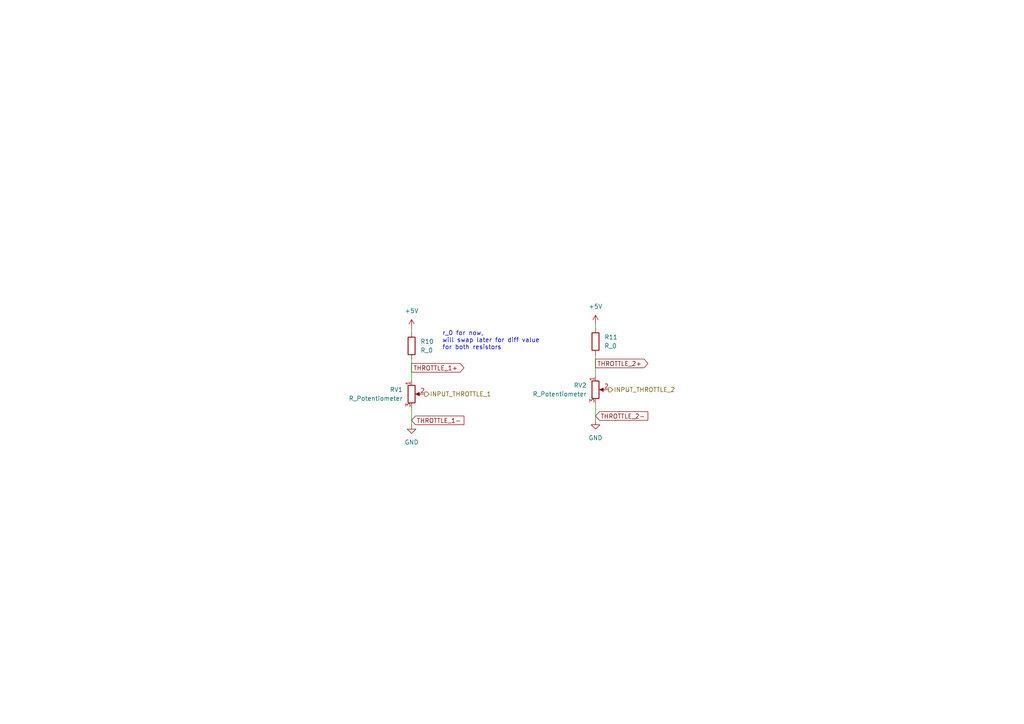
<source format=kicad_sch>
(kicad_sch (version 20211123) (generator eeschema)
  (paper "A4")
  (lib_symbols
    (symbol "Device:R_Potentiometer" (pin_names (offset 1.016) hide)
      (property "Reference" "RV" (at -4.445 0 90))
      (property "Value" "R_Potentiometer" (at -2.54 0 90))
      (symbol "R_Potentiometer_0_1"
        (polyline (pts (xy 2.54 0) (xy 1.524 0)))
        (polyline (pts (xy 1.143 0) (xy 2.286 0.508) (xy 2.286 -0.508) (xy 1.143 0)) (fill (type outline)))
        (rectangle (start 1.016 2.54) (end -1.016 -2.54) (stroke (width 0.254)))
      )
      (symbol "R_Potentiometer_1_1"
        (pin passive line (at 0 3.81 270) (length 1.27) (name "1") (number "1"))
        (pin passive line (at 3.81 0 180) (length 1.27) (name "2") (number "2"))
        (pin passive line (at 0 -3.81 90) (length 1.27) (name "3") (number "3"))
      )
    )
    (symbol "formula:R_0" (pin_numbers hide) (pin_names (offset 0))
      (property "Reference" "R" (at 2.032 0 90))
      (property "Value" "R_0" (at -2.54 0 90))
      (symbol "R_0_0_1"
        (rectangle (start -1.016 -2.54) (end 1.016 2.54) (stroke (width 0.254)))
      )
      (symbol "R_0_1_1"
        (pin passive line (at 0 3.81 270) (length 1.27) (name "~") (number "1"))
        (pin passive line (at 0 -3.81 90) (length 1.27) (name "~") (number "2"))
      )
    )
    (symbol "power:+5V" (power) (pin_names (offset 0))
      (property "Value" "+5V" (at 0 3.556 0))
      (symbol "+5V_0_1"
        (polyline (pts (xy -0.762 1.27) (xy 0 2.54)))
        (polyline (pts (xy 0 0) (xy 0 2.54)))
        (polyline (pts (xy 0 2.54) (xy 0.762 1.27)))
      )
      (symbol "+5V_1_1"
        (pin power_in line (at 0 0 90) (length 0) hide (name "+5V") (number "1"))
      )
    )
    (symbol "power:GND" (power) (pin_names (offset 0))
      (property "Value" "GND" (at 0 -3.81 0))
      (symbol "GND_0_1"
        (polyline (pts (xy 0 0) (xy 0 -1.27) (xy 1.27 -1.27) (xy 0 -2.54) (xy -1.27 -1.27) (xy 0 -1.27)))
      )
      (symbol "GND_1_1"
        (pin power_in line (at 0 0 270) (length 0) hide (name "GND") (number "1"))
      )
    )
  )
  (wire (pts (xy 119.38 95.25) (xy 119.38 96.52)))
  (wire (pts (xy 172.72 109.22) (xy 172.72 102.87)))
  (wire (pts (xy 119.38 110.49) (xy 119.38 104.14)))
  (wire (pts (xy 172.72 93.98) (xy 172.72 95.25)))
  (wire (pts (xy 119.38 118.11) (xy 119.38 123.19)))
  (wire (pts (xy 172.72 116.84) (xy 172.72 121.92)))
  (text "r_0 for now, \nwill swap later for diff value\nfor both resistors" (at 128.27 101.6 0) (effects (font (size 1.27 1.27)) (justify left bottom)))
  (global_label "THROTTLE_1+" (shape output) (at 119.38 106.68 0) (property "Intersheet References" "${INTERSHEET_REFS}" (effects hide)))
  (global_label "THROTTLE_1-" (shape input) (at 119.38 121.92 0) (property "Intersheet References" "${INTERSHEET_REFS}" (effects hide)))
  (global_label "THROTTLE_2+" (shape output) (at 172.72 105.41 0) (property "Intersheet References" "${INTERSHEET_REFS}" (effects hide)))
  (global_label "THROTTLE_2-" (shape input) (at 172.72 120.65 0) (property "Intersheet References" "${INTERSHEET_REFS}" (effects hide)))
  (hierarchical_label "INPUT_THROTTLE_2" (shape output) (at 176.53 113.03 0))
  (hierarchical_label "INPUT_THROTTLE_1" (shape output) (at 123.19 114.3 0))
  (symbol (lib_id "power:+5V") (at 172.72 93.98 0) (unit 1)
    (property "Reference" "#PWR?" (effects hide))
    (property "Value" "+5V" (at 172.72 88.9 0))
  )
  (symbol (lib_id "power:+5V") (at 119.38 95.25 0) (unit 1)
    (property "Reference" "#PWR?" (effects hide))
    (property "Value" "+5V" (at 119.38 90.17 0))
  )
  (symbol (lib_id "formula:R_0") (at 172.72 99.06 0) (unit 1)
    (property "Reference" "R11" (at 175.26 97.7899 0) (effects (justify left)))
    (property "Value" "R_0" (at 175.26 100.3299 0) (effects (justify left)))
    (property "Footprint" "footprints:R_0603_1608Metric" (effects hide))
    (property "Datasheet" "http://industrial.panasonic.com/www-cgi/jvcr13pz.cgi?E+PZ+3+AOA0001+ERJ3GEY0R00V+7+WW" (effects hide))
    (property "MFN" "DK" (effects hide))
    (property "MPN" "P0.0GCT-ND" (effects hide))
    (property "PurchasingLink" "https://www.digikey.com/product-detail/en/panasonic-electronic-components/ERJ-3GEY0R00V/P0.0GCT-ND/134711" (effects hide))
  )
  (symbol (lib_id "power:GND") (at 172.72 121.92 0) (unit 1)
    (property "Reference" "#PWR?" (effects hide))
    (property "Value" "GND" (at 172.72 127 0))
  )
  (symbol (lib_id "power:GND") (at 119.38 123.19 0) (unit 1)
    (property "Reference" "#PWR?" (effects hide))
    (property "Value" "GND" (at 119.38 128.27 0))
  )
  (symbol (lib_id "formula:R_0") (at 119.38 100.33 0) (unit 1)
    (property "Reference" "R10" (at 121.92 99.0599 0) (effects (justify left)))
    (property "Value" "R_0" (at 121.92 101.5999 0) (effects (justify left)))
    (property "Footprint" "footprints:R_0603_1608Metric" (effects hide))
    (property "Datasheet" "http://industrial.panasonic.com/www-cgi/jvcr13pz.cgi?E+PZ+3+AOA0001+ERJ3GEY0R00V+7+WW" (effects hide))
    (property "MFN" "DK" (effects hide))
    (property "MPN" "P0.0GCT-ND" (effects hide))
    (property "PurchasingLink" "https://www.digikey.com/product-detail/en/panasonic-electronic-components/ERJ-3GEY0R00V/P0.0GCT-ND/134711" (effects hide))
  )
  (symbol (lib_id "Device:R_Potentiometer") (at 172.72 113.03 0) (unit 1) (in_bom no) (on_board no)
    (property "Reference" "RV2" (at 170.18 111.7599 0) (effects (justify right)))
    (property "Value" "R_Potentiometer" (at 170.18 114.2999 0) (effects (justify right)))
  )
  (symbol (lib_id "Device:R_Potentiometer") (at 119.38 114.3 0) (unit 1) (in_bom no) (on_board no)
    (property "Reference" "RV1" (at 116.84 113.0299 0) (effects (justify right)))
    (property "Value" "R_Potentiometer" (at 116.84 115.5699 0) (effects (justify right)))
  )
)
</source>
